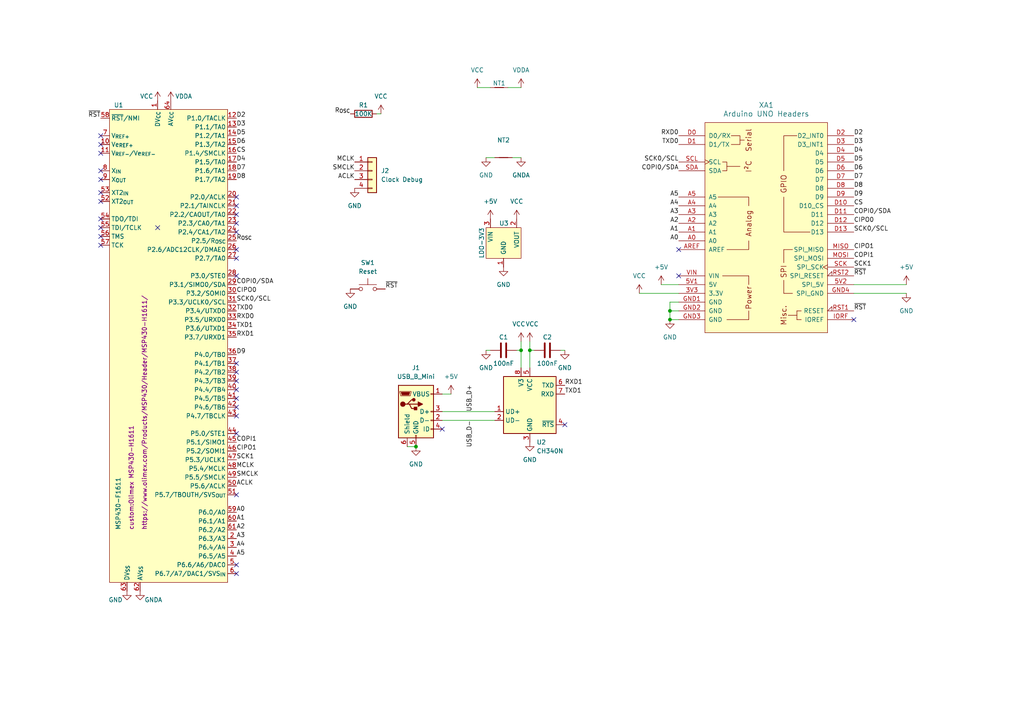
<source format=kicad_sch>
(kicad_sch (version 20230121) (generator eeschema)
  (paper "A4")
  (lib_symbols
    (symbol "Connector:USB_B_Mini" (pin_names (offset 1.016))
      (property "Reference" "J" (at -5.08 11.43 0))
      (property "Value" "USB_B_Mini" (at -5.08 8.89 0))
      (symbol "USB_B_Mini_0_1"
        (rectangle (start -5.08 -7.62) (end 5.08 7.62) (stroke (width 0.254)) (fill (type background)))
        (circle (center -3.81 2.159) (radius 0.635) (stroke (width 0.254)) (fill (type outline)))
        (circle (center -0.635 3.429) (radius 0.381) (stroke (width 0.254)) (fill (type outline)))
        (rectangle (start -0.127 -7.62) (end 0.127 -6.858))
        (polyline (pts (xy -1.905 2.159) (xy 0.635 2.159)) (stroke (width 0.254)))
        (polyline (pts (xy -3.175 2.159) (xy -2.54 2.159) (xy -1.27 3.429) (xy -0.635 3.429)) (stroke (width 0.254)))
        (polyline (pts (xy -2.54 2.159) (xy -1.905 2.159) (xy -1.27 0.889) (xy 0 0.889)) (stroke (width 0.254)))
        (polyline (pts (xy 0.635 2.794) (xy 0.635 1.524) (xy 1.905 2.159) (xy 0.635 2.794)) (stroke (width 0.254)) (fill (type outline)))
        (polyline (pts (xy -4.318 5.588) (xy -1.778 5.588) (xy -2.032 4.826) (xy -4.064 4.826) (xy -4.318 5.588)) (fill (type outline)))
        (polyline (pts (xy -4.699 5.842) (xy -4.699 5.588) (xy -4.445 4.826) (xy -4.445 4.572) (xy -1.651 4.572) (xy -1.651 4.826) (xy -1.397 5.588) (xy -1.397 5.842) (xy -4.699 5.842)))
        (rectangle (start 0.254 1.27) (end -0.508 0.508) (stroke (width 0.254)) (fill (type outline)))
        (rectangle (start 5.08 -5.207) (end 4.318 -4.953))
        (rectangle (start 5.08 -2.667) (end 4.318 -2.413))
        (rectangle (start 5.08 -0.127) (end 4.318 0.127))
        (rectangle (start 5.08 4.953) (end 4.318 5.207))
      )
      (symbol "USB_B_Mini_1_1"
        (pin power_out line (at 7.62 5.08 180) (length 2.54) (name "VBUS") (number "1"))
        (pin bidirectional line (at 7.62 -2.54 180) (length 2.54) (name "D-") (number "2"))
        (pin bidirectional line (at 7.62 0 180) (length 2.54) (name "D+") (number "3"))
        (pin passive line (at 7.62 -5.08 180) (length 2.54) (name "ID") (number "4"))
        (pin power_out line (at 0 -10.16 90) (length 2.54) (name "GND") (number "5"))
        (pin passive line (at -2.54 -10.16 90) (length 2.54) (name "Shield") (number "6"))
      )
    )
    (symbol "Connector_Generic:Conn_01x04" (pin_names (offset 1.016) hide)
      (property "Reference" "J" (at 0 5.08 0))
      (property "Value" "Conn_01x04" (at 0 -7.62 0))
      (symbol "Conn_01x04_1_1"
        (rectangle (start -1.27 -4.953) (end 0 -5.207) (stroke (width 0.1524)))
        (rectangle (start -1.27 -2.413) (end 0 -2.667) (stroke (width 0.1524)))
        (rectangle (start -1.27 0.127) (end 0 -0.127) (stroke (width 0.1524)))
        (rectangle (start -1.27 2.667) (end 0 2.413) (stroke (width 0.1524)))
        (rectangle (start -1.27 3.81) (end 1.27 -6.35) (stroke (width 0.254)) (fill (type background)))
        (pin passive line (at -5.08 2.54 0) (length 3.81) (name "Pin_1") (number "1"))
        (pin passive line (at -5.08 0 0) (length 3.81) (name "Pin_2") (number "2"))
        (pin passive line (at -5.08 -2.54 0) (length 3.81) (name "Pin_3") (number "3"))
        (pin passive line (at -5.08 -5.08 0) (length 3.81) (name "Pin_4") (number "4"))
      )
    )
    (symbol "Device:C" (pin_numbers hide) (pin_names (offset 0.254))
      (property "Reference" "C" (at 0.635 2.54 0))
      (property "Value" "C" (at 0.635 -2.54 0))
      (symbol "C_0_1"
        (polyline (pts (xy -2.032 -0.762) (xy 2.032 -0.762)) (stroke (width 0.508)))
        (polyline (pts (xy -2.032 0.762) (xy 2.032 0.762)) (stroke (width 0.508)))
      )
      (symbol "C_1_1"
        (pin passive line (at 0 3.81 270) (length 2.794) (name "~") (number "1"))
        (pin passive line (at 0 -3.81 90) (length 2.794) (name "~") (number "2"))
      )
    )
    (symbol "Device:NetTie_2" (pin_numbers hide) (pin_names (offset 0) hide) (in_bom no)
      (property "Reference" "NT" (at 0 1.27 0))
      (property "Value" "NetTie_2" (at 0 -1.27 0))
      (symbol "NetTie_2_0_1"
        (polyline (pts (xy -1.27 0) (xy 1.27 0)) (stroke (width 0.254)))
      )
      (symbol "NetTie_2_1_1"
        (pin passive line (at -2.54 0 0) (length 2.54) (name "1") (number "1"))
        (pin passive line (at 2.54 0 180) (length 2.54) (name "2") (number "2"))
      )
    )
    (symbol "Device:R" (pin_numbers hide) (pin_names (offset 0))
      (property "Reference" "R" (at 2.032 0 90))
      (property "Value" "R" (at 0 0 90))
      (symbol "R_0_1"
        (rectangle (start -1.016 -2.54) (end 1.016 2.54) (stroke (width 0.254)))
      )
      (symbol "R_1_1"
        (pin passive line (at 0 3.81 270) (length 1.27) (name "~") (number "1"))
        (pin passive line (at 0 -3.81 90) (length 1.27) (name "~") (number "2"))
      )
    )
    (symbol "PCM_arduino-library:Arduino_Uno_R3_Shield" (pin_names (offset 1.016))
      (property "Reference" "A" (at 0 36.83 0))
      (property "Value" "Arduino_Uno_R3_Shield" (at 0 33.02 0))
      (symbol "Arduino_Uno_R3_Shield_0_0"
        (rectangle (start -17.78 30.48) (end 17.78 -30.48) (fill (type background)))
        (rectangle (start -12.7 -13.97) (end -5.08 -13.97))
        (rectangle (start -11.43 -26.67) (end -5.08 -26.67))
        (polyline (pts (xy -11.43 17.78) (xy -7.62 17.78)))
        (polyline (pts (xy -7.62 25.4) (xy -6.35 25.4)))
        (polyline (pts (xy -5.08 -26.67) (xy -5.08 -24.13)))
        (polyline (pts (xy -5.08 -15.24) (xy -5.08 -16.51)))
        (polyline (pts (xy -5.08 -13.97) (xy -5.08 -15.24)))
        (polyline (pts (xy -5.08 -3.81) (xy -5.08 -6.35) (xy -11.43 -6.35)))
        (polyline (pts (xy -5.08 6.35) (xy -5.08 8.89) (xy -13.97 8.89)))
        (polyline (pts (xy 5.08 8.89) (xy 5.08 -1.27) (xy 12.7 -1.27)))
        (polyline (pts (xy 5.08 16.51) (xy 5.08 26.67) (xy 8.89 26.67)))
        (polyline (pts (xy -12.7 19.05) (xy -11.43 19.05) (xy -11.43 16.51) (xy -12.7 16.51)))
        (polyline (pts (xy -10.16 26.67) (xy -7.62 26.67) (xy -7.62 24.13) (xy -10.16 24.13)))
        (rectangle (start 5.08 -19.05) (end 5.08 -15.24))
        (rectangle (start 5.08 -19.05) (end 7.62 -19.05))
        (rectangle (start 5.08 -10.16) (end 5.08 -6.35))
        (rectangle (start 7.62 -6.35) (end 5.08 -6.35))
        (rectangle (start 8.89 -25.4) (end 6.35 -25.4))
        (rectangle (start 8.89 -24.13) (end 8.89 -26.67))
        (rectangle (start 10.16 -26.67) (end 8.89 -26.67))
        (rectangle (start 10.16 -24.13) (end 8.89 -24.13))
        (text "Analog" (at -5.08 1.27 900) (effects (font (size 1.524 1.524))))
        (text "I²C" (at -5.08 17.78 900) (effects (font (size 1.524 1.524))))
        (text "Misc." (at 5.08 -25.4 900) (effects (font (size 1.524 1.524))))
        (text "Power" (at -5.08 -20.32 900) (effects (font (size 1.524 1.524))))
        (text "Serial" (at -5.08 25.4 900) (effects (font (size 1.524 1.524))))
        (text "SPI" (at 5.08 -12.7 900) (effects (font (size 1.524 1.524))))
      )
      (symbol "Arduino_Uno_R3_Shield_1_0"
        (text "GPIO" (at 5.08 12.7 900) (effects (font (size 1.524 1.524))))
      )
      (symbol "Arduino_Uno_R3_Shield_1_1"
        (pin power_out line (at -25.4 -19.05 0) (length 7.62) (name "3.3V") (number "3V3"))
        (pin power_in line (at -25.4 -16.51 0) (length 7.62) (name "5V") (number "5V1"))
        (pin power_in line (at 25.4 -16.51 180) (length 7.62) (name "SPI_5V") (number "5V2"))
        (pin bidirectional line (at -25.4 -3.81 0) (length 7.62) (name "A0") (number "A0"))
        (pin bidirectional line (at -25.4 -1.27 0) (length 7.62) (name "A1") (number "A1"))
        (pin bidirectional line (at -25.4 1.27 0) (length 7.62) (name "A2") (number "A2"))
        (pin bidirectional line (at -25.4 3.81 0) (length 7.62) (name "A3") (number "A3"))
        (pin bidirectional line (at -25.4 6.35 0) (length 7.62) (name "A4") (number "A4"))
        (pin bidirectional line (at -25.4 8.89 0) (length 7.62) (name "A5") (number "A5"))
        (pin input line (at -25.4 -6.35 0) (length 7.62) (name "AREF") (number "AREF"))
        (pin bidirectional line (at -25.4 26.67 0) (length 7.62) (name "D0/RX") (number "D0"))
        (pin bidirectional line (at -25.4 24.13 0) (length 7.62) (name "D1/TX") (number "D1"))
        (pin bidirectional line (at 25.4 6.35 180) (length 7.62) (name "D10_CS") (number "D10"))
        (pin bidirectional line (at 25.4 3.81 180) (length 7.62) (name "D11") (number "D11"))
        (pin bidirectional line (at 25.4 1.27 180) (length 7.62) (name "D12") (number "D12"))
        (pin bidirectional line (at 25.4 -1.27 180) (length 7.62) (name "D13") (number "D13"))
        (pin bidirectional line (at 25.4 26.67 180) (length 7.62) (name "D2_INT0") (number "D2"))
        (pin bidirectional line (at 25.4 24.13 180) (length 7.62) (name "D3_INT1") (number "D3"))
        (pin bidirectional line (at 25.4 21.59 180) (length 7.62) (name "D4") (number "D4"))
        (pin bidirectional line (at 25.4 19.05 180) (length 7.62) (name "D5") (number "D5"))
        (pin bidirectional line (at 25.4 16.51 180) (length 7.62) (name "D6") (number "D6"))
        (pin bidirectional line (at 25.4 13.97 180) (length 7.62) (name "D7") (number "D7"))
        (pin bidirectional line (at 25.4 11.43 180) (length 7.62) (name "D8") (number "D8"))
        (pin bidirectional line (at 25.4 8.89 180) (length 7.62) (name "D9") (number "D9"))
        (pin power_in line (at -25.4 -21.59 0) (length 7.62) (name "GND") (number "GND1"))
        (pin power_in line (at -25.4 -24.13 0) (length 7.62) (name "GND") (number "GND2"))
        (pin power_in line (at -25.4 -26.67 0) (length 7.62) (name "GND") (number "GND3"))
        (pin power_in line (at 25.4 -19.05 180) (length 7.62) (name "SPI_GND") (number "GND4"))
        (pin output line (at 25.4 -26.67 180) (length 7.62) (name "IOREF") (number "IORF"))
        (pin input line (at 25.4 -6.35 180) (length 7.62) (name "SPI_MISO") (number "MISO"))
        (pin output line (at 25.4 -8.89 180) (length 7.62) (name "SPI_MOSI") (number "MOSI"))
        (pin open_collector input_low (at 25.4 -24.13 180) (length 7.62) (name "RESET") (number "RST1"))
        (pin open_collector input_low (at 25.4 -13.97 180) (length 7.62) (name "SPI_RESET") (number "RST2"))
        (pin output clock (at 25.4 -11.43 180) (length 7.62) (name "SPI_SCK") (number "SCK"))
        (pin bidirectional clock (at -25.4 19.05 0) (length 7.62) (name "SCL") (number "SCL"))
        (pin bidirectional line (at -25.4 16.51 0) (length 7.62) (name "SDA") (number "SDA"))
        (pin power_in line (at -25.4 -13.97 0) (length 7.62) (name "VIN") (number "VIN"))
      )
    )
    (symbol "Switch:SW_Push" (pin_numbers hide) (pin_names (offset 1.016) hide)
      (property "Reference" "SW" (at 1.27 2.54 0))
      (property "Value" "SW_Push" (at 0 -1.524 0))
      (symbol "SW_Push_0_1"
        (circle (center -2.032 0) (radius 0.508))
        (polyline (pts (xy 0 1.27) (xy 0 3.048)))
        (polyline (pts (xy 2.54 1.27) (xy -2.54 1.27)))
        (circle (center 2.032 0) (radius 0.508))
        (pin passive line (at -5.08 0 0) (length 2.54) (name "1") (number "1"))
        (pin passive line (at 5.08 0 180) (length 2.54) (name "2") (number "2"))
      )
    )
    (symbol "custom:CH340N"
      (property "Reference" "U" (at -5.08 13.97 0))
      (property "Value" "CH340N" (at 1.27 13.97 0))
      (symbol "CH340N_0_1"
        (rectangle (start -7.62 12.7) (end 7.62 -3.81) (stroke (width 0.254)) (fill (type background)))
      )
      (symbol "CH340N_1_1"
        (pin bidirectional line (at -10.16 2.54 0) (length 2.54) (name "UD+") (number "1"))
        (pin bidirectional line (at -10.16 0 0) (length 2.54) (name "UD-") (number "2"))
        (pin power_in line (at 0 -6.35 90) (length 2.54) (name "GND") (number "3"))
        (pin output line (at 10.16 -1.27 180) (length 2.54) (name "~{RTS}") (number "4"))
        (pin power_in line (at 0 15.24 270) (length 2.54) (name "VCC") (number "5"))
        (pin output line (at 10.16 10.16 180) (length 2.54) (name "TXD") (number "6"))
        (pin input line (at 10.16 7.62 180) (length 2.54) (name "RXD") (number "7"))
        (pin passive line (at -2.54 15.24 270) (length 2.54) (name "V3") (number "8"))
      )
    )
    (symbol "custom:LDO-3V3" (pin_names (offset 1.016))
      (property "Reference" "U" (at -6.35 1.27 0))
      (property "Value" "LDO-3V3" (at -12.7 -1.27 90))
      (symbol "LDO-3V3_0_1"
        (rectangle (start -11.43 2.54) (end -1.27 -6.35) (fill (type background)))
      )
      (symbol "LDO-3V3_1_1"
        (pin power_in line (at -6.35 -8.89 90) (length 2.54) (name "GND") (number "1"))
        (pin power_out line (at -2.54 5.08 270) (length 2.54) (name "VOUT") (number "2"))
        (pin power_in line (at -10.16 5.08 270) (length 2.54) (name "VIN") (number "3"))
      )
    )
    (symbol "custom:MSP430-F1611"
      (property "Reference" "U" (at 1.27 1.27 0))
      (property "Value" "MSP430-F1611" (at 2.54 -109.22 90))
      (property "Footprint" "custom:Olimex MSP430-H1611" (at 7.62 -101.6 90))
      (property "Datasheet" "https://www.olimex.com/Products/MSP430/Header/MSP430-H1611/" (at 5.08 -82.55 90))
      (symbol "MSP430-F1611_1_1"
        (rectangle (start 0 0) (end 34.29 -137.16) (fill (type background)))
        (pin power_in line (at 13.97 2.54 270) (length 2.54) (name "DV_{CC}") (number "1"))
        (pin unspecified line (at -2.54 -10.16 0) (length 2.54) (name "Ve_{REF+}") (number "10"))
        (pin unspecified line (at -2.54 -12.7 0) (length 2.54) (name "V_{REF-}/Ve_{REF-}") (number "11"))
        (pin bidirectional line (at 36.83 -2.54 180) (length 2.54) (name "P1.0/TACLK") (number "12"))
        (pin bidirectional line (at 36.83 -5.08 180) (length 2.54) (name "P1.1/TA0") (number "13"))
        (pin bidirectional line (at 36.83 -7.62 180) (length 2.54) (name "P1.2/TA1") (number "14"))
        (pin bidirectional line (at 36.83 -10.16 180) (length 2.54) (name "P1.3/TA2") (number "15"))
        (pin bidirectional line (at 36.83 -12.7 180) (length 2.54) (name "P1.4/SMCLK") (number "16"))
        (pin bidirectional line (at 36.83 -15.24 180) (length 2.54) (name "P1.5/TA0") (number "17"))
        (pin bidirectional line (at 36.83 -17.78 180) (length 2.54) (name "P1.6/TA1") (number "18"))
        (pin bidirectional line (at 36.83 -20.32 180) (length 2.54) (name "P1.7/TA2") (number "19"))
        (pin bidirectional line (at 36.83 -124.46 180) (length 2.54) (name "P6.3/A3") (number "2"))
        (pin bidirectional line (at 36.83 -25.4 180) (length 2.54) (name "P2.0/ACLK") (number "20"))
        (pin bidirectional line (at 36.83 -27.94 180) (length 2.54) (name "P2.1/TAINCLK") (number "21"))
        (pin bidirectional line (at 36.83 -30.48 180) (length 2.54) (name "P2.2/CAOUT/TA0") (number "22"))
        (pin bidirectional line (at 36.83 -33.02 180) (length 2.54) (name "P2.3/CA0/TA1") (number "23"))
        (pin bidirectional line (at 36.83 -35.56 180) (length 2.54) (name "P2.4/CA1/TA2") (number "24"))
        (pin bidirectional line (at 36.83 -38.1 180) (length 2.54) (name "P2.5/R_{OSC}") (number "25"))
        (pin bidirectional line (at 36.83 -40.64 180) (length 2.54) (name "P2.6/ADC12CLK/DMAE0") (number "26"))
        (pin bidirectional line (at 36.83 -43.18 180) (length 2.54) (name "P2.7/TA0") (number "27"))
        (pin bidirectional line (at 36.83 -48.26 180) (length 2.54) (name "P3.0/STE0") (number "28"))
        (pin bidirectional line (at 36.83 -50.8 180) (length 2.54) (name "P3.1/SIMO0/SDA") (number "29"))
        (pin bidirectional line (at 36.83 -127 180) (length 2.54) (name "P6.4/A4") (number "3"))
        (pin bidirectional line (at 36.83 -53.34 180) (length 2.54) (name "P3.2/SOMI0") (number "30"))
        (pin bidirectional line (at 36.83 -55.88 180) (length 2.54) (name "P3.3/UCLK0/SCL") (number "31"))
        (pin bidirectional line (at 36.83 -58.42 180) (length 2.54) (name "P3.4/UTXD0") (number "32"))
        (pin bidirectional line (at 36.83 -60.96 180) (length 2.54) (name "P3.5/URXD0") (number "33"))
        (pin bidirectional line (at 36.83 -63.5 180) (length 2.54) (name "P3.6/UTXD1") (number "34"))
        (pin bidirectional line (at 36.83 -66.04 180) (length 2.54) (name "P3.7/URXD1") (number "35"))
        (pin bidirectional line (at 36.83 -71.12 180) (length 2.54) (name "P4.0/TB0") (number "36"))
        (pin bidirectional line (at 36.83 -73.66 180) (length 2.54) (name "P4.1/TB1") (number "37"))
        (pin bidirectional line (at 36.83 -76.2 180) (length 2.54) (name "P4.2/TB2") (number "38"))
        (pin bidirectional line (at 36.83 -78.74 180) (length 2.54) (name "P4.3/TB3") (number "39"))
        (pin bidirectional line (at 36.83 -129.54 180) (length 2.54) (name "P6.5/A5") (number "4"))
        (pin bidirectional line (at 36.83 -81.28 180) (length 2.54) (name "P4.4/TB4") (number "40"))
        (pin bidirectional line (at 36.83 -83.82 180) (length 2.54) (name "P4.5/TB5") (number "41"))
        (pin bidirectional line (at 36.83 -86.36 180) (length 2.54) (name "P4.6/TB6") (number "42"))
        (pin bidirectional line (at 36.83 -88.9 180) (length 2.54) (name "P4.7/TBCLK") (number "43"))
        (pin bidirectional line (at 36.83 -93.98 180) (length 2.54) (name "P5.0/STE1") (number "44"))
        (pin bidirectional line (at 36.83 -96.52 180) (length 2.54) (name "P5.1/SIMO1") (number "45"))
        (pin bidirectional line (at 36.83 -99.06 180) (length 2.54) (name "P5.2/SOMI1") (number "46"))
        (pin bidirectional line (at 36.83 -101.6 180) (length 2.54) (name "P5.3/UCLK1") (number "47"))
        (pin bidirectional line (at 36.83 -104.14 180) (length 2.54) (name "P5.4/MCLK") (number "48"))
        (pin bidirectional line (at 36.83 -106.68 180) (length 2.54) (name "P5.5/SMCLK") (number "49"))
        (pin bidirectional line (at 36.83 -132.08 180) (length 2.54) (name "P6.6/A6/DAC0") (number "5"))
        (pin bidirectional line (at 36.83 -109.22 180) (length 2.54) (name "P5.6/ACLK") (number "50"))
        (pin bidirectional line (at 36.83 -111.76 180) (length 2.54) (name "P5.7/TBOUTH/SVS_{OUT}") (number "51"))
        (pin unspecified line (at -2.54 -26.67 0) (length 2.54) (name "XT2_{OUT}") (number "52"))
        (pin unspecified line (at -2.54 -24.13 0) (length 2.54) (name "XT2_{IN}") (number "53"))
        (pin unspecified line (at -2.54 -31.75 0) (length 2.54) (name "TDO/TDI") (number "54"))
        (pin unspecified line (at -2.54 -34.29 0) (length 2.54) (name "TDI/TCLK") (number "55"))
        (pin unspecified line (at -2.54 -36.83 0) (length 2.54) (name "TMS") (number "56"))
        (pin unspecified line (at -2.54 -39.37 0) (length 2.54) (name "TCK") (number "57"))
        (pin input line (at -2.54 -2.54 0) (length 2.54) (name "~{RST}/NMI") (number "58"))
        (pin bidirectional line (at 36.83 -116.84 180) (length 2.54) (name "P6.0/A0") (number "59"))
        (pin bidirectional line (at 36.83 -134.62 180) (length 2.54) (name "P6.7/A7/DAC1/SVS_{IN}") (number "6"))
        (pin bidirectional line (at 36.83 -119.38 180) (length 2.54) (name "P6.1/A1") (number "60"))
        (pin bidirectional line (at 36.83 -121.92 180) (length 2.54) (name "P6.2/A2") (number "61"))
        (pin power_in line (at 8.89 -139.7 90) (length 2.54) (name "AV_{SS}") (number "62"))
        (pin power_in line (at 5.08 -139.7 90) (length 2.54) (name "DV_{SS}") (number "63"))
        (pin power_in line (at 17.78 2.54 270) (length 2.54) (name "AV_{CC}") (number "64"))
        (pin input line (at -2.54 -7.62 0) (length 2.54) (name "V_{REF+}") (number "7"))
        (pin bidirectional line (at -2.54 -17.78 0) (length 2.54) (name "X_{IN}") (number "8"))
        (pin bidirectional line (at -2.54 -20.32 0) (length 2.54) (name "X_{OUT}") (number "9"))
      )
    )
    (symbol "power:+5V" (power) (pin_names (offset 0))
      (property "Value" "+5V" (at 0 3.556 0))
      (symbol "+5V_0_1"
        (polyline (pts (xy -0.762 1.27) (xy 0 2.54)))
        (polyline (pts (xy 0 0) (xy 0 2.54)))
        (polyline (pts (xy 0 2.54) (xy 0.762 1.27)))
      )
      (symbol "+5V_1_1"
        (pin power_in line (at 0 0 90) (length 0) hide (name "+5V") (number "1"))
      )
    )
    (symbol "power:GND" (power) (pin_names (offset 0))
      (property "Value" "GND" (at 0 -3.81 0))
      (symbol "GND_0_1"
        (polyline (pts (xy 0 0) (xy 0 -1.27) (xy 1.27 -1.27) (xy 0 -2.54) (xy -1.27 -1.27) (xy 0 -1.27)))
      )
      (symbol "GND_1_1"
        (pin power_in line (at 0 0 270) (length 0) hide (name "GND") (number "1"))
      )
    )
    (symbol "power:GNDA" (power) (pin_names (offset 0))
      (property "Value" "GNDA" (at 0 -3.81 0))
      (symbol "GNDA_0_1"
        (polyline (pts (xy 0 0) (xy 0 -1.27) (xy 1.27 -1.27) (xy 0 -2.54) (xy -1.27 -1.27) (xy 0 -1.27)))
      )
      (symbol "GNDA_1_1"
        (pin power_in line (at 0 0 270) (length 0) hide (name "GNDA") (number "1"))
      )
    )
    (symbol "power:VCC" (power) (pin_names (offset 0))
      (property "Value" "VCC" (at 0 3.81 0))
      (symbol "VCC_0_1"
        (polyline (pts (xy -0.762 1.27) (xy 0 2.54)))
        (polyline (pts (xy 0 0) (xy 0 2.54)))
        (polyline (pts (xy 0 2.54) (xy 0.762 1.27)))
      )
      (symbol "VCC_1_1"
        (pin power_in line (at 0 0 90) (length 0) hide (name "VCC") (number "1"))
      )
    )
    (symbol "power:VDDA" (power) (pin_names (offset 0))
      (property "Value" "VDDA" (at 0 3.81 0))
      (symbol "VDDA_0_1"
        (polyline (pts (xy -0.762 1.27) (xy 0 2.54)))
        (polyline (pts (xy 0 0) (xy 0 2.54)))
        (polyline (pts (xy 0 2.54) (xy 0.762 1.27)))
      )
      (symbol "VDDA_1_1"
        (pin power_in line (at 0 0 90) (length 0) hide (name "VDDA") (number "1"))
      )
    )
  )
  (junction (at 151.13 101.6))
  (junction (at 194.31 90.17))
  (junction (at 153.67 101.6))
  (junction (at 120.65 129.54))
  (junction (at 194.31 92.71))
  (no_connect (at 68.58 113.03))
  (no_connect (at 29.21 58.42))
  (no_connect (at 45.72 66.04))
  (no_connect (at 29.21 39.37))
  (no_connect (at 29.21 44.45))
  (no_connect (at 29.21 71.12))
  (no_connect (at 68.58 115.57))
  (no_connect (at 68.58 72.39))
  (no_connect (at 68.58 80.01))
  (no_connect (at 29.21 41.91))
  (no_connect (at 68.58 163.83))
  (no_connect (at 29.21 66.04))
  (no_connect (at 29.21 55.88))
  (no_connect (at 68.58 166.37))
  (no_connect (at 68.58 62.23))
  (no_connect (at 68.58 110.49))
  (no_connect (at 196.85 72.39))
  (no_connect (at 247.65 92.71))
  (no_connect (at 68.58 57.15))
  (no_connect (at 29.21 63.5))
  (no_connect (at 68.58 143.51))
  (no_connect (at 68.58 105.41))
  (no_connect (at 68.58 59.69))
  (no_connect (at 29.21 49.53))
  (no_connect (at 68.58 64.77))
  (no_connect (at 68.58 107.95))
  (no_connect (at 68.58 118.11))
  (no_connect (at 29.21 68.58))
  (no_connect (at 128.27 124.46))
  (no_connect (at 196.85 80.01))
  (no_connect (at 163.83 123.19))
  (no_connect (at 29.21 52.07))
  (no_connect (at 68.58 125.73))
  (no_connect (at 68.58 74.93))
  (no_connect (at 68.58 120.65))
  (no_connect (at 68.58 67.31))
  (wire (pts (xy 151.13 99.06) (xy 151.13 101.6)))
  (wire (pts (xy 109.22 33.02) (xy 110.49 33.02)))
  (wire (pts (xy 128.27 114.3) (xy 130.81 114.3)))
  (wire (pts (xy 247.65 82.55) (xy 262.89 82.55)))
  (wire (pts (xy 194.31 90.17) (xy 194.31 87.63)))
  (wire (pts (xy 118.11 129.54) (xy 120.65 129.54)))
  (wire (pts (xy 148.59 45.72) (xy 151.13 45.72)))
  (wire (pts (xy 140.97 45.72) (xy 143.51 45.72)))
  (wire (pts (xy 151.13 101.6) (xy 151.13 106.68)))
  (wire (pts (xy 153.67 101.6) (xy 153.67 106.68)))
  (wire (pts (xy 140.97 101.6) (xy 142.24 101.6)))
  (wire (pts (xy 128.27 121.92) (xy 143.51 121.92)))
  (wire (pts (xy 194.31 90.17) (xy 196.85 90.17)))
  (wire (pts (xy 138.43 25.4) (xy 142.24 25.4)))
  (wire (pts (xy 194.31 92.71) (xy 194.31 90.17)))
  (wire (pts (xy 247.65 85.09) (xy 262.89 85.09)))
  (wire (pts (xy 147.32 25.4) (xy 151.13 25.4)))
  (wire (pts (xy 149.86 101.6) (xy 151.13 101.6)))
  (wire (pts (xy 194.31 87.63) (xy 196.85 87.63)))
  (wire (pts (xy 153.67 99.06) (xy 153.67 101.6)))
  (wire (pts (xy 194.31 92.71) (xy 196.85 92.71)))
  (wire (pts (xy 128.27 119.38) (xy 143.51 119.38)))
  (wire (pts (xy 162.56 101.6) (xy 163.83 101.6)))
  (wire (pts (xy 185.42 85.09) (xy 196.85 85.09)))
  (wire (pts (xy 153.67 101.6) (xy 154.94 101.6)))
  (wire (pts (xy 191.77 82.55) (xy 196.85 82.55)))
  (label "MCLK" (at 68.58 135.89 0))
  (label "~{RST}" (at 247.65 90.17 0))
  (label "SCK1" (at 247.65 77.47 0))
  (label "CS" (at 247.65 59.69 0))
  (label "D2" (at 247.65 39.37 0))
  (label "R_{OSC}" (at 101.6 33.02 180))
  (label "D9" (at 247.65 57.15 0))
  (label "RXD1" (at 163.83 111.76 0))
  (label "D8" (at 68.58 52.07 0))
  (label "D6" (at 247.65 49.53 0))
  (label "COPI0{slash}SDA" (at 68.58 82.55 0))
  (label "MCLK" (at 102.87 46.99 180))
  (label "COPI1" (at 68.58 128.27 0))
  (label "CIPO1" (at 247.65 72.39 0))
  (label "A3" (at 68.58 156.21 0))
  (label "CIPO1" (at 68.58 130.81 0))
  (label "D3" (at 68.58 36.83 0))
  (label "D8" (at 247.65 54.61 0))
  (label "A1" (at 68.58 151.13 0))
  (label "D5" (at 68.58 39.37 0))
  (label "A1" (at 196.85 67.31 180))
  (label "D9" (at 68.58 102.87 0))
  (label "A4" (at 196.85 59.69 180))
  (label "RXD0" (at 196.85 39.37 180))
  (label "D5" (at 247.65 46.99 0))
  (label "TXD0" (at 196.85 41.91 180))
  (label "SMCLK" (at 102.87 49.53 180))
  (label "CIPO0" (at 68.58 85.09 0))
  (label "D4" (at 68.58 46.99 0))
  (label "COPI1" (at 247.65 74.93 0))
  (label "RXD0" (at 68.58 92.71 0))
  (label "A2" (at 196.85 64.77 180))
  (label "D3" (at 247.65 41.91 0))
  (label "A3" (at 196.85 62.23 180))
  (label "TXD0" (at 68.58 90.17 0))
  (label "SCK0{slash}SCL" (at 247.65 67.31 0))
  (label "~{RST}" (at 247.65 80.01 0))
  (label "A4" (at 68.58 158.75 0))
  (label "A2" (at 68.58 153.67 0))
  (label "~{RST}" (at 29.21 34.29 180))
  (label "CS" (at 68.58 44.45 0))
  (label "SCK0{slash}SCL" (at 68.58 87.63 0))
  (label "USB_D-" (at 137.16 121.92 270))
  (label "~{RST}" (at 111.76 83.82 0))
  (label "ACLK" (at 68.58 140.97 0))
  (label "TXD1" (at 68.58 95.25 0))
  (label "COPI0{slash}SDA" (at 247.65 62.23 0))
  (label "SMCLK" (at 68.58 138.43 0))
  (label "A5" (at 196.85 57.15 180))
  (label "A0" (at 196.85 69.85 180))
  (label "A0" (at 68.58 148.59 0))
  (label "R_{OSC}" (at 68.58 69.85 0))
  (label "SCK1" (at 68.58 133.35 0))
  (label "TXD1" (at 163.83 114.3 0))
  (label "CIPO0" (at 247.65 64.77 0))
  (label "A5" (at 68.58 161.29 0))
  (label "COPI0{slash}SDA" (at 196.85 49.53 180))
  (label "D7" (at 68.58 49.53 0))
  (label "D2" (at 68.58 34.29 0))
  (label "USB_D+" (at 137.16 119.38 90))
  (label "RXD1" (at 68.58 97.79 0))
  (label "D6" (at 68.58 41.91 0))
  (label "D7" (at 247.65 52.07 0))
  (label "D4" (at 247.65 44.45 0))
  (label "SCK0{slash}SCL" (at 196.85 46.99 180))
  (label "ACLK" (at 102.87 52.07 180))
  (symbol (lib_id "power:GNDA") (at 151.13 45.72 0) (unit 1)
    (property "Reference" "#PWR020" (effects hide))
    (property "Value" "GNDA" (at 151.13 50.8 0))
  )
  (symbol (lib_id "power:VCC") (at 45.72 29.21 0) (unit 1)
    (property "Reference" "#PWR013" (effects hide))
    (property "Value" "VCC" (at 44.45 27.94 0) (effects (justify right)))
  )
  (symbol (lib_id "power:+5V") (at 191.77 82.55 0) (unit 1)
    (property "Reference" "#PWR03" (effects hide))
    (property "Value" "+5V" (at 191.77 77.47 0))
  )
  (symbol (lib_id "custom:MSP430-F1611") (at 31.75 31.75 0) (unit 1)
    (property "Reference" "U1" (at 33.02 30.48 0) (effects (justify left)))
    (property "Value" "MSP430-F1611" (at 34.29 153.67 90) (effects (justify left)))
    (property "Footprint" "custom:Olimex MSP430-H1611" (at 38.1 153.67 90) (effects (justify left)))
    (property "Datasheet" "https://www.olimex.com/Products/MSP430/Header/MSP430-H1611/" (at 41.91 153.67 90) (effects (justify left)))
  )
  (symbol (lib_id "power:+5V") (at 130.81 114.3 0) (unit 1)
    (property "Reference" "#PWR06" (effects hide))
    (property "Value" "+5V" (at 130.81 109.22 0))
  )
  (symbol (lib_id "power:GND") (at 163.83 101.6 0) (unit 1)
    (property "Reference" "#PWR012" (effects hide))
    (property "Value" "GND" (at 163.83 106.68 0))
  )
  (symbol (lib_id "power:GND") (at 101.6 83.82 0) (unit 1)
    (property "Reference" "#PWR026" (effects hide))
    (property "Value" "GND" (at 101.6 88.9 0))
  )
  (symbol (lib_id "power:VCC") (at 153.67 99.06 0) (unit 1)
    (property "Reference" "#PWR010" (effects hide))
    (property "Value" "VCC" (at 152.4 93.98 0) (effects (justify left)))
  )
  (symbol (lib_id "custom:LDO-3V3") (at 152.4 68.58 0) (unit 1)
    (property "Reference" "U3" (at 144.78 64.77 0) (effects (justify left)))
    (property "Value" "LDO-3V3" (at 139.7 74.93 90) (effects (justify left)))
    (property "Footprint" "custom:LDO-3V3" (effects hide))
  )
  (symbol (lib_id "power:VCC") (at 151.13 99.06 0) (unit 1)
    (property "Reference" "#PWR09" (effects hide))
    (property "Value" "VCC" (at 152.4 93.98 0) (effects (justify right)))
  )
  (symbol (lib_id "Device:R") (at 105.41 33.02 90) (unit 1)
    (property "Reference" "R1" (at 105.41 30.48 90))
    (property "Value" "100K" (at 105.41 33.02 90))
    (property "Footprint" "Resistor_THT:R_Axial_DIN0207_L6.3mm_D2.5mm_P10.16mm_Horizontal" (effects hide))
  )
  (symbol (lib_id "custom:CH340N") (at 153.67 121.92 0) (unit 1)
    (property "Reference" "U2" (at 155.6259 128.27 0) (effects (justify left)))
    (property "Value" "CH340N" (at 155.6259 130.81 0) (effects (justify left)))
    (property "Footprint" "Package_SO:SOP-8_3.9x4.9mm_P1.27mm" (effects hide))
    (property "Datasheet" "https://cdn.sparkfun.com/assets/5/0/a/8/5/CH340DS1.PDF" (effects hide))
  )
  (symbol (lib_id "power:+5V") (at 142.24 63.5 0) (unit 1)
    (property "Reference" "#PWR024" (effects hide))
    (property "Value" "+5V" (at 142.24 58.42 0))
  )
  (symbol (lib_id "power:GND") (at 102.87 54.61 0) (unit 1)
    (property "Reference" "#PWR018" (effects hide))
    (property "Value" "GND" (at 102.87 59.69 0))
  )
  (symbol (lib_id "Device:C") (at 158.75 101.6 90) (unit 1)
    (property "Reference" "C2" (at 158.75 97.79 90))
    (property "Value" "100nF" (at 158.75 105.41 90))
    (property "Footprint" "Capacitor_THT:C_Disc_D4.3mm_W1.9mm_P5.00mm" (effects hide))
  )
  (symbol (lib_id "Switch:SW_Push") (at 106.68 83.82 0) (unit 1)
    (property "Reference" "SW1" (at 106.68 76.2 0))
    (property "Value" "Reset" (at 106.68 78.74 0))
    (property "Footprint" "Button_Switch_THT:SW_PUSH_6mm_H5mm" (effects hide))
  )
  (symbol (lib_id "power:VCC") (at 110.49 33.02 0) (unit 1)
    (property "Reference" "#PWR017" (effects hide))
    (property "Value" "VCC" (at 110.49 27.94 0))
  )
  (symbol (lib_id "power:GND") (at 194.31 92.71 0) (unit 1)
    (property "Reference" "#PWR01" (effects hide))
    (property "Value" "GND" (at 194.31 97.79 0))
  )
  (symbol (lib_id "power:GND") (at 36.83 171.45 0) (unit 1)
    (property "Reference" "#PWR015" (effects hide))
    (property "Value" "GND" (at 35.56 173.99 0) (effects (justify right)))
  )
  (symbol (lib_id "power:VCC") (at 138.43 25.4 0) (unit 1)
    (property "Reference" "#PWR021" (effects hide))
    (property "Value" "VCC" (at 138.43 20.32 0))
  )
  (symbol (lib_id "power:GND") (at 262.89 85.09 0) (unit 1)
    (property "Reference" "#PWR05" (effects hide))
    (property "Value" "GND" (at 262.89 90.17 0))
  )
  (symbol (lib_id "power:GND") (at 146.05 77.47 0) (unit 1)
    (property "Reference" "#PWR025" (effects hide))
    (property "Value" "GND" (at 146.05 82.55 0))
  )
  (symbol (lib_id "power:VDDA") (at 49.53 29.21 0) (unit 1)
    (property "Reference" "#PWR014" (effects hide))
    (property "Value" "VDDA" (at 50.8 27.94 0) (effects (justify left)))
  )
  (symbol (lib_id "Connector:USB_B_Mini") (at 120.65 119.38 0) (unit 1)
    (property "Reference" "J1" (at 120.65 106.68 0))
    (property "Value" "USB_B_Mini" (at 120.65 109.22 0))
    (property "Footprint" "custom:USB_Mini-B-Through-Hole" (effects hide))
  )
  (symbol (lib_id "power:GNDA") (at 40.64 171.45 0) (unit 1)
    (property "Reference" "#PWR016" (effects hide))
    (property "Value" "GNDA" (at 41.91 173.99 0) (effects (justify left)))
  )
  (symbol (lib_id "Connector_Generic:Conn_01x04") (at 107.95 49.53 0) (unit 1)
    (property "Reference" "J2" (at 110.49 49.53 0) (effects (justify left)))
    (property "Value" "Clock Debug" (at 110.49 52.07 0) (effects (justify left)))
    (property "Footprint" "Connector_PinHeader_2.54mm:PinHeader_1x04_P2.54mm_Vertical" (effects hide))
  )
  (symbol (lib_id "power:VCC") (at 149.86 63.5 0) (unit 1)
    (property "Reference" "#PWR023" (effects hide))
    (property "Value" "VCC" (at 149.86 58.42 0))
  )
  (symbol (lib_id "power:GND") (at 140.97 101.6 0) (unit 1)
    (property "Reference" "#PWR011" (effects hide))
    (property "Value" "GND" (at 140.97 106.68 0))
  )
  (symbol (lib_id "power:GND") (at 140.97 45.72 0) (unit 1)
    (property "Reference" "#PWR019" (effects hide))
    (property "Value" "GND" (at 140.97 50.8 0))
  )
  (symbol (lib_id "power:GND") (at 120.65 129.54 0) (unit 1)
    (property "Reference" "#PWR07" (effects hide))
    (property "Value" "GND" (at 120.65 134.62 0))
  )
  (symbol (lib_id "power:VDDA") (at 151.13 25.4 0) (unit 1)
    (property "Reference" "#PWR022" (effects hide))
    (property "Value" "VDDA" (at 151.13 20.32 0))
  )
  (symbol (lib_id "Device:NetTie_2") (at 144.78 25.4 0) (unit 1) (in_bom no)
    (property "Reference" "NT1" (at 144.78 24.13 0))
    (property "Value" "NetTie_2" (effects hide))
    (property "Footprint" "NetTie:NetTie-2_SMD_Pad0.5mm" (effects hide))
  )
  (symbol (lib_id "Device:NetTie_2") (at 146.05 45.72 0) (unit 1) (in_bom no)
    (property "Reference" "NT2" (at 146.05 40.64 0))
    (property "Value" "NetTie_2" (effects hide))
    (property "Footprint" "NetTie:NetTie-2_SMD_Pad0.5mm" (effects hide))
  )
  (symbol (lib_id "PCM_arduino-library:Arduino_Uno_R3_Shield") (at 222.25 66.04 0) (unit 1)
    (property "Reference" "XA1" (at 222.25 30.48 0) (effects (font (size 1.524 1.524))))
    (property "Value" "Arduino UNO Headers" (at 222.25 33.02 0) (effects (font (size 1.524 1.524))))
    (property "Footprint" "PCM_arduino-library:Arduino_Uno_R3_Shield" (effects hide))
    (property "Datasheet" "https://docs.arduino.cc/hardware/uno-rev3" (effects hide))
  )
  (symbol (lib_id "power:VCC") (at 185.42 85.09 0) (unit 1)
    (property "Reference" "#PWR02" (effects hide))
    (property "Value" "VCC" (at 185.42 80.01 0))
  )
  (symbol (lib_id "power:GND") (at 153.67 128.27 0) (unit 1)
    (property "Reference" "#PWR08" (effects hide))
    (property "Value" "GND" (at 153.67 133.35 0))
  )
  (symbol (lib_id "Device:C") (at 146.05 101.6 90) (unit 1)
    (property "Reference" "C1" (at 146.05 97.79 90))
    (property "Value" "100nF" (at 146.05 105.41 90))
    (property "Footprint" "Capacitor_THT:C_Disc_D4.3mm_W1.9mm_P5.00mm" (effects hide))
  )
  (symbol (lib_id "power:+5V") (at 262.89 82.55 0) (unit 1)
    (property "Reference" "#PWR04" (effects hide))
    (property "Value" "+5V" (at 262.89 77.47 0))
  )
)
</source>
